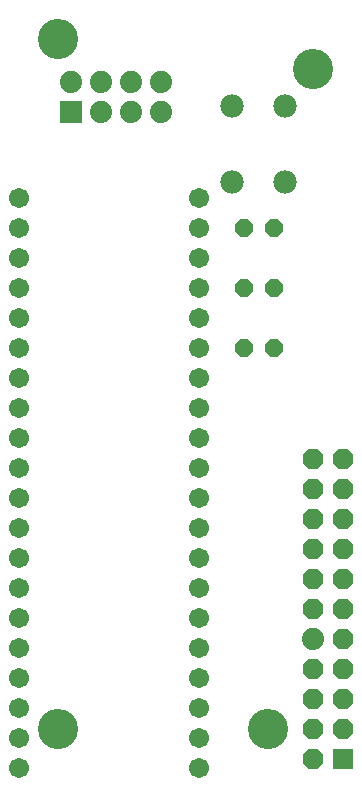
<source format=gbs>
G04 EAGLE Gerber RS-274X export*
G75*
%MOMM*%
%FSLAX34Y34*%
%LPD*%
%INbottom_mask*%
%IPPOS*%
%AMOC8*
5,1,8,0,0,1.08239X$1,22.5*%
G01*
%ADD10C,3.403200*%
%ADD11C,1.711200*%
%ADD12R,1.879600X1.879600*%
%ADD13C,1.879600*%
%ADD14R,1.727200X1.727200*%
%ADD15P,1.869504X8X112.500000*%
%ADD16P,1.649562X8X202.500000*%
%ADD17C,1.981200*%


D10*
X279400Y622300D03*
X63500Y647700D03*
X63500Y63500D03*
X241300Y63500D03*
D11*
X182880Y30480D03*
X182880Y55880D03*
X182880Y81280D03*
X182880Y106680D03*
X182880Y132080D03*
X182880Y157480D03*
X182880Y182880D03*
X182880Y208280D03*
X182880Y233680D03*
X182880Y259080D03*
X182880Y284480D03*
X182880Y309880D03*
X182880Y335280D03*
X182880Y360680D03*
X182880Y386080D03*
X182880Y411480D03*
X182880Y436880D03*
X182880Y462280D03*
X182880Y487680D03*
X182880Y513080D03*
X30480Y30480D03*
X30480Y55880D03*
X30480Y81280D03*
X30480Y106680D03*
X30480Y132080D03*
X30480Y157480D03*
X30480Y182880D03*
X30480Y208280D03*
X30480Y233680D03*
X30480Y259080D03*
X30480Y284480D03*
X30480Y309880D03*
X30480Y335280D03*
X30480Y360680D03*
X30480Y386080D03*
X30480Y411480D03*
X30480Y436880D03*
X30480Y462280D03*
X30480Y487680D03*
X30480Y513080D03*
D12*
X74930Y585470D03*
D13*
X100330Y585470D03*
X125730Y585470D03*
X151130Y585470D03*
X74930Y610870D03*
X100330Y610870D03*
X125730Y610870D03*
X151130Y610870D03*
D14*
X304800Y38100D03*
D15*
X279400Y38100D03*
X304800Y63500D03*
X279400Y63500D03*
X304800Y88900D03*
X279400Y88900D03*
X304800Y114300D03*
X279400Y114300D03*
X304800Y139700D03*
D13*
X279400Y139700D03*
D15*
X304800Y165100D03*
X279400Y165100D03*
X304800Y190500D03*
X279400Y190500D03*
X304800Y215900D03*
X279400Y215900D03*
X304800Y241300D03*
X279400Y241300D03*
X304800Y266700D03*
X279400Y266700D03*
X304800Y292100D03*
X279400Y292100D03*
D16*
X246380Y487680D03*
X220980Y487680D03*
X246380Y436880D03*
X220980Y436880D03*
X246380Y386080D03*
X220980Y386080D03*
D17*
X211074Y526288D03*
X256286Y526288D03*
X211074Y591312D03*
X256286Y591312D03*
M02*

</source>
